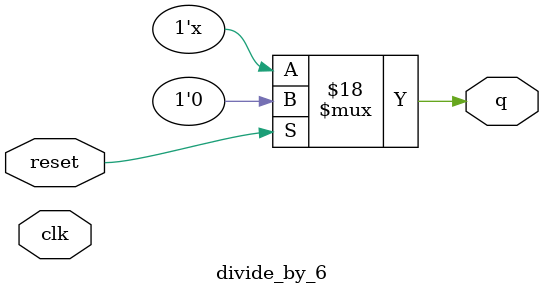
<source format=v>
module divide_by_6(
input clk,reset,
output reg q
);
integer counter;
always@(clk)
begin

if(reset)
begin
q<=1'b0;
counter<=0;
end
else if(counter==5)
begin
counter<=0;
q<=~q;
end
else
counter=counter+1;

end


endmodule

</source>
